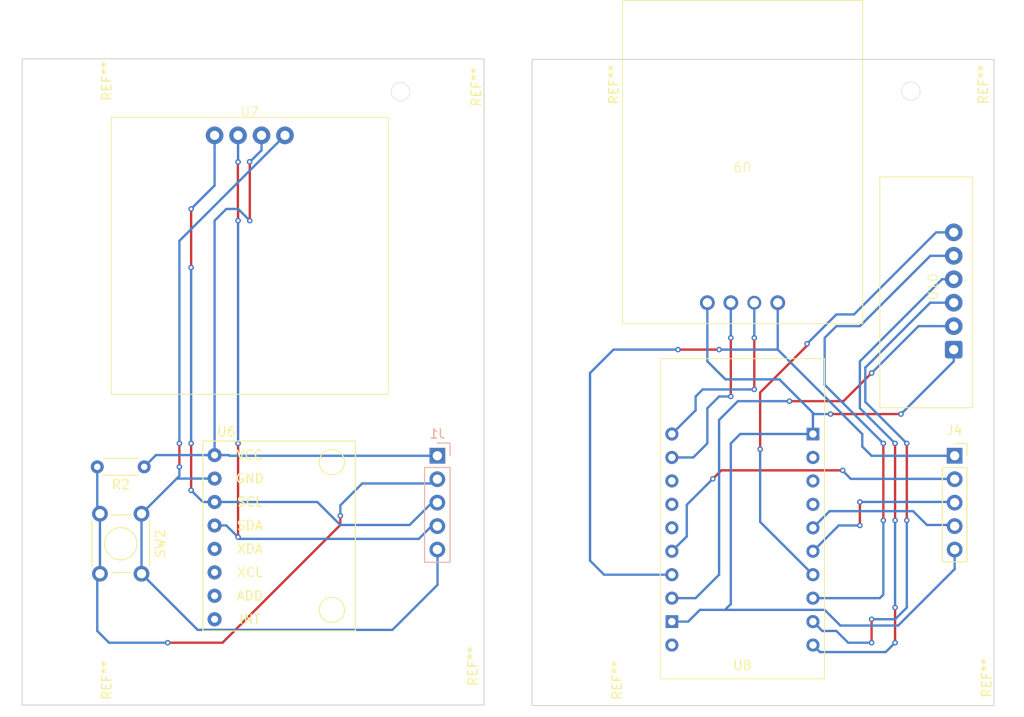
<source format=kicad_pcb>
(kicad_pcb (version 20241229) (generator "pcbnew") (generator_version "9.0")
  (layers (0 "F.Cu" signal) (2 "B.Cu" signal) (13 "F.Paste" user) (15 "B.Paste" user) (5 "F.SilkS" user "F.Silkscreen") (7 "B.SilkS" user "B.Silkscreen") (1 "F.Mask" user) (3 "B.Mask" user) (25 "Edge.Cuts" user))
  (net 0 "")
  (net 1 "/Bottom Board/SW_TP")
  (net 2 "GND2")
  (net 3 "VCC2")
  (net 4 "/Bottom Board/SCL")
  (net 5 "/Bottom Board/SDA")
  (net 6 "/Upper Board/SCL")
  (net 7 "VCC1")
  (net 8 "/Upper Board/SDA")
  (net 9 "GND1")
  (net 10 "/Upper Board/SW_S")
  (net 17 "Net-(U10-CS)")
  (net 18 "Net-(U10-VCC)")
  (net 19 "Net-(U8-IO25)")
  (net 20 "Net-(U8-IO26)")
  (net 21 "Net-(U10-SCK)")
  (net 22 "Net-(U10-MISO)")
  (net 23 "Net-(U10-MOSI)")
  (footprint "uBLox-NEO-6M:uBlox-NEO-6M" (layer "F.Cu") (at 193.04 43.18 180)
    (property "Reference" "U9" (at 0 -0.5 180) (layer "F.SilkS") (effects (font (thickness 0.1))))
    (property "Value" "GPS6MV2")
    (fp_rect (start -13 -17.5) (end 13 17.5) (stroke (width 0.1)) (fill no) (layer "F.SilkS"))
    (pad "1" thru_hole circle (at -3.81 -15.24 180) (size 1.6 1.6) (drill 1) (layers "*.Cu" "*.Mask") (net 3 "VCC2"))
    (pad "2" thru_hole circle (at -1.27 -15.24 180) (size 1.5 1.5) (drill 1) (layers "*.Cu" "F.Mask" "F.Paste") (net 19 "Net-(U8-IO25)"))
    (pad "3" thru_hole circle (at 1.27 -15.24 180) (size 1.6 1.6) (drill 1) (layers "*.Cu" "F.Mask" "F.Paste") (net 20 "Net-(U8-IO26)"))
    (pad "4" thru_hole circle (at 3.81 -15.24 180) (size 1.6 1.6) (drill 1) (layers "*.Cu" "F.Mask" "F.Paste") (net 2 "GND2"))
  )
  (footprint "Button_Switch_THT:SW_TH_Tactile_Omron_B3F-102x" (layer "F.Cu") (at 127.98 81.28 -90)
    (property "Reference" "SW2" (at 3.25 -2.05 90) (layer "F.SilkS"))
    (property "Value" "SW_Push")
    (fp_line (start 0.75 5.37) (end 5.75 5.37) (stroke (width 0.12)) (layer "F.SilkS"))
    (fp_line (start 0.13 3.35) (end 0.13 1.15) (stroke (width 0.12)) (layer "F.SilkS"))
    (fp_line (start 6.37 1.15) (end 6.37 3.35) (stroke (width 0.12)) (layer "F.SilkS"))
    (fp_line (start 0.75 -0.87) (end 5.75 -0.87) (stroke (width 0.12)) (layer "F.SilkS"))
    (fp_circle (center 3.25 2.25) (end 5 2.25) (stroke (width 0.12)) (fill no) (layer "F.SilkS"))
    (pad "1" thru_hole circle (at 0 0 270) (size 1.7 1.7) (drill 1) (layers "*.Cu" "*.Mask") (net 9 "GND1"))
    (pad "1" thru_hole circle (at 6.5 0 270) (size 1.7 1.7) (drill 1) (layers "*.Cu" "*.Mask") (net 9 "GND1"))
    (pad "2" thru_hole circle (at 0 4.5 270) (size 1.7 1.7) (drill 1) (layers "*.Cu" "*.Mask") (net 10 "/Upper Board/SW_S"))
    (pad "2" thru_hole circle (at 6.5 4.5 270) (size 1.7 1.7) (drill 1) (layers "*.Cu" "*.Mask") (net 10 "/Upper Board/SW_S"))
  )
  (footprint "Soldered:Soldered-Ssd1306-OLED" (layer "F.Cu") (at 139.7 40.2925)
    (property "Reference" "U7" (at 0 -2.5735 0) (layer "F.SilkS") (effects (font (thickness 0.1))))
    (property "Value" "SSD1306 0.96\" OLED")
    (fp_line (start -15 -1.9525) (end 15 -1.9525) (stroke (width 0.1)) (layer "F.SilkS"))
    (fp_line (start -15 28.0475) (end -15 -1.9525) (stroke (width 0.1)) (layer "F.SilkS"))
    (fp_line (start 15 -1.9525) (end 15 28.0475) (stroke (width 0.1)) (layer "F.SilkS"))
    (fp_line (start 15 28.0475) (end -15 28.0475) (stroke (width 0.1)) (layer "F.SilkS"))
    (pad "1" thru_hole circle (at -3.81 0) (size 1.905 1.905) (drill 1) (layers "*.Cu" "*.Mask") (net 6 "/Upper Board/SCL"))
    (pad "2" thru_hole circle (at -1.27 0) (size 1.905 1.905) (drill 1) (layers "*.Cu" "*.Mask") (net 8 "/Upper Board/SDA"))
    (pad "3" thru_hole circle (at 1.27 0) (size 1.905 1.905) (drill 1) (layers "*.Cu" "*.Mask") (net 7 "VCC1"))
    (pad "4" thru_hole circle (at 3.81 0) (size 1.905 1.905) (drill 1) (layers "*.Cu" "*.Mask") (net 9 "GND1"))
  )
  (footprint "MicroSD-Card-Adapter:MicroSD-Card-Adapter" (layer "F.Cu") (at 215.9 57.2008 90)
    (property "Reference" "U10" (at 0.5 -2.25 90) (layer "F.SilkS") (effects (font (thickness 0.1))))
    (property "Value" "MicroSD Card Adapter")
    (fp_line (start 12.404777 -8) (end 12.404777 2) (stroke (width 0.1)) (layer "F.SilkS"))
    (fp_line (start -12.595223 -8) (end 12.404777 -8) (stroke (width 0.1)) (layer "F.SilkS"))
    (fp_line (start 12.404777 2) (end -12.595223 2) (stroke (width 0.1)) (layer "F.SilkS"))
    (fp_line (start -12.595223 2) (end -12.595223 -8) (stroke (width 0.1)) (layer "F.SilkS"))
    (pad "1" thru_hole roundrect (at -6.2992 0 90) (size 1.905 1.905) (drill 1) (layers "*.Cu" "*.Mask") (roundrect_rratio 0.15) (net 2 "GND2"))
    (pad "2" thru_hole circle (at -3.7592 0 90) (size 1.905 1.905) (drill 1) (layers "*.Cu" "*.Mask") (net 18 "Net-(U10-VCC)"))
    (pad "3" thru_hole circle (at -1.2192 0 90) (size 1.905 1.905) (drill 1) (layers "*.Cu" "*.Mask") (net 22 "Net-(U10-MISO)"))
    (pad "4" thru_hole circle (at 1.3208 0 90) (size 1.905 1.905) (drill 1) (layers "*.Cu" "*.Mask") (net 23 "Net-(U10-MOSI)"))
    (pad "5" thru_hole circle (at 3.8608 0 90) (size 1.905 1.905) (drill 1) (layers "*.Cu" "*.Mask") (net 21 "Net-(U10-SCK)"))
    (pad "6" thru_hole circle (at 6.4008 0 90) (size 1.905 1.905) (drill 1) (layers "*.Cu" "*.Mask") (net 17 "Net-(U10-CS)"))
  )
  (footprint "usini_kicad_sensors:module_mpu6050" (layer "F.Cu") (at 135.89 92.71)
    (property "Reference" "U6" (at 1.27 -20.32 0) (layer "F.SilkS"))
    (property "Value" "module_mpu6050")
    (fp_line (start -1.27 -19.304) (end 15.24 -19.304) (stroke (width 0.12)) (layer "F.SilkS"))
    (fp_line (start -1.27 1.27) (end -1.27 -19.304) (stroke (width 0.12)) (layer "F.SilkS"))
    (fp_line (start 15.24 -19.304) (end 15.24 1.27) (stroke (width 0.12)) (layer "F.SilkS"))
    (fp_line (start 15.24 1.27) (end -1.27 1.27) (stroke (width 0.12)) (layer "F.SilkS"))
    (fp_circle (center 12.7 -17.018) (end 13.208 -15.748) (stroke (width 0.12)) (fill no) (layer "F.SilkS"))
    (fp_circle (center 12.7 -1.016) (end 13.208 0.254) (stroke (width 0.12)) (fill no) (layer "F.SilkS"))
    (fp_text user "GND" (at 3.81 -15.24 0) (layer "F.SilkS"))
    (fp_text user "VCC" (at 3.81 -17.78 0) (layer "F.SilkS"))
    (fp_text user "XDA" (at 3.81 -7.62 0) (layer "F.SilkS"))
    (fp_text user "SCL" (at 3.81 -12.7 0) (layer "F.SilkS"))
    (fp_text user "INT" (at 3.81 0 0) (layer "F.SilkS"))
    (fp_text user "SDA" (at 3.81 -10.16 0) (layer "F.SilkS"))
    (fp_text user "ADD" (at 3.81 -2.54 0) (layer "F.SilkS"))
    (fp_text user "XCL" (at 3.81 -5.08 0) (layer "F.SilkS"))
    (pad "1" thru_hole circle (at 0 -17.78) (size 1.524 1.524) (drill 0.762) (layers "*.Cu" "*.Mask") (net 7 "VCC1"))
    (pad "2" thru_hole circle (at 0 -15.24) (size 1.524 1.524) (drill 0.762) (layers "*.Cu" "*.Mask") (net 9 "GND1"))
    (pad "3" thru_hole circle (at 0 -12.7) (size 1.524 1.524) (drill 0.762) (layers "*.Cu" "*.Mask") (net 6 "/Upper Board/SCL"))
    (pad "4" thru_hole circle (at 0 -10.16) (size 1.524 1.524) (drill 0.762) (layers "*.Cu" "*.Mask") (net 8 "/Upper Board/SDA"))
    (pad "5" thru_hole circle (at 0 -7.62) (size 1.524 1.524) (drill 0.762) (layers "*.Cu" "*.Mask"))
    (pad "6" thru_hole circle (at 0 -5.08) (size 1.524 1.524) (drill 0.762) (layers "*.Cu" "*.Mask"))
    (pad "7" thru_hole circle (at 0 -2.54) (size 1.524 1.524) (drill 0.762) (layers "*.Cu" "*.Mask"))
    (pad "8" thru_hole circle (at 0 0) (size 1.524 1.524) (drill 0.762) (layers "*.Cu" "*.Mask"))
  )
  (footprint "MountingHole:MountingHole_3mm" (layer "F.Cu") (at 215.26 98.5)
    (property "Reference" "REF**" (at 4.196 0.56 90) (layer "F.SilkS"))
    (property "Value" "MountingHole_3mm")
    (pad "" np_thru_hole circle (at 0 0) (size 3 3) (drill 3) (layers "*.Cu" "*.Mask"))
  )
  (footprint "MountingHole:MountingHole_3mm" (layer "F.Cu") (at 160 98.5)
    (property "Reference" "REF**" (at 3.83 -0.71 90) (layer "F.SilkS"))
    (property "Value" "MountingHole_3mm")
    (pad "" np_thru_hole circle (at 0 0) (size 3 3) (drill 3) (layers "*.Cu" "*.Mask"))
  )
  (footprint "MountingHole:MountingHole_3mm" (layer "F.Cu") (at 175.26 98.5)
    (property "Reference" "REF**" (at 4.191 0.814 90) (layer "F.SilkS"))
    (property "Value" "MountingHole_3mm")
    (pad "" np_thru_hole circle (at 0 0) (size 3 3) (drill 3) (layers "*.Cu" "*.Mask"))
  )
  (footprint "Connector_PinSocket_2.54mm:PinSocket_1x05_P2.54mm_Vertical" (layer "F.Cu") (at 216 75)
    (property "Reference" "J4" (at 0 -2.77 0) (layer "F.SilkS"))
    (property "Value" "Conn_01x05_Socket")
    (fp_line (start -1.33 1.27) (end -1.33 11.49) (stroke (width 0.12)) (layer "F.SilkS"))
    (fp_line (start -1.33 1.27) (end 1.33 1.27) (stroke (width 0.12)) (layer "F.SilkS"))
    (fp_line (start -1.33 11.49) (end 1.33 11.49) (stroke (width 0.12)) (layer "F.SilkS"))
    (fp_line (start 0 -1.33) (end 1.33 -1.33) (stroke (width 0.12)) (layer "F.SilkS"))
    (fp_line (start 1.33 -1.33) (end 1.33 0) (stroke (width 0.12)) (layer "F.SilkS"))
    (fp_line (start 1.33 1.27) (end 1.33 11.49) (stroke (width 0.12)) (layer "F.SilkS"))
    (pad "1" thru_hole rect (at 0 0) (size 1.7 1.7) (drill 1) (layers "*.Cu" "*.Mask") (net 3 "VCC2"))
    (pad "2" thru_hole circle (at 0 2.54) (size 1.7 1.7) (drill 1) (layers "*.Cu" "*.Mask") (net 1 "/Bottom Board/SW_TP"))
    (pad "3" thru_hole circle (at 0 5.08) (size 1.7 1.7) (drill 1) (layers "*.Cu" "*.Mask") (net 4 "/Bottom Board/SCL"))
    (pad "4" thru_hole circle (at 0 7.62) (size 1.7 1.7) (drill 1) (layers "*.Cu" "*.Mask") (net 5 "/Bottom Board/SDA"))
    (pad "5" thru_hole circle (at 0 10.16) (size 1.7 1.7) (drill 1) (layers "*.Cu" "*.Mask") (net 2 "GND2"))
  )
  (footprint "MountingHole:MountingHole_3mm" (layer "F.Cu") (at 215.26 35.5)
    (property "Reference" "REF**" (at 3.83 -0.71 90) (layer "F.SilkS"))
    (property "Value" "MountingHole_3mm")
    (pad "" np_thru_hole circle (at 0 0) (size 3 3) (drill 3) (layers "*.Cu" "*.Mask"))
  )
  (footprint "MountingHole:MountingHole_3mm" (layer "F.Cu") (at 120 35.5)
    (property "Reference" "REF**" (at 4.206 -1.083 90) (layer "F.SilkS"))
    (property "Value" "MountingHole_3mm")
    (pad "" np_thru_hole circle (at 0 0) (size 3 3) (drill 3) (layers "*.Cu" "*.Mask"))
  )
  (footprint "MountingHole:MountingHole_3mm" (layer "F.Cu") (at 175.26 35.5)
    (property "Reference" "REF**" (at 3.83 -0.71 90) (layer "F.SilkS"))
    (property "Value" "MountingHole_3mm")
    (pad "" np_thru_hole circle (at 0 0) (size 3 3) (drill 3) (layers "*.Cu" "*.Mask"))
  )
  (footprint "Resistor_THT:R_Axial_DIN0204_L3.6mm_D1.6mm_P5.08mm_Horizontal" (layer "F.Cu") (at 128.27 76.2 180)
    (property "Reference" "R2" (at 2.54 -1.92 0) (layer "F.SilkS"))
    (property "Value" "4.7k")
    (fp_line (start 0.62 0.92) (end 4.46 0.92) (stroke (width 0.12)) (layer "F.SilkS"))
    (fp_line (start 0.62 -0.92) (end 4.46 -0.92) (stroke (width 0.12)) (layer "F.SilkS"))
    (pad "1" thru_hole circle (at 0 0 180) (size 1.4 1.4) (drill 0.7) (layers "*.Cu" "*.Mask") (net 7 "VCC1"))
    (pad "2" thru_hole circle (at 5.08 0 180) (size 1.4 1.4) (drill 0.7) (layers "*.Cu" "*.Mask") (net 10 "/Upper Board/SW_S"))
  )
  (footprint "TinyPico:TinyPICO_V2_USBC" (layer "F.Cu") (at 193.025 84.074 180)
    (property "Reference" "U8" (at 0 -13.64 0) (layer "F.SilkS"))
    (property "Value" "TinyPico")
    (fp_rect (start -8.89 -15.08) (end 8.89 19.6) (stroke (width 0.1)) (fill no) (layer "F.SilkS"))
    (pad "1" thru_hole circle (at -7.635 -11.43 90) (size 1.42 1.42) (drill 0.8) (layers "*.Cu" "*.Mask") (net 23 "Net-(U10-MOSI)"))
    (pad "2" thru_hole circle (at -7.635 -8.89 90) (size 1.42 1.42) (drill 0.8) (layers "*.Cu" "*.Mask") (net 22 "Net-(U10-MISO)"))
    (pad "3" thru_hole circle (at -7.635 -6.35 90) (size 1.42 1.42) (drill 0.8) (layers "*.Cu" "*.Mask") (net 21 "Net-(U10-SCK)"))
    (pad "4" thru_hole circle (at -7.635 -3.81 90) (size 1.42 1.42) (drill 0.8) (layers "*.Cu" "*.Mask") (net 17 "Net-(U10-CS)"))
    (pad "5" thru_hole circle (at -7.635 -1.27 90) (size 1.42 1.42) (drill 0.8) (layers "*.Cu" "*.Mask") (net 4 "/Bottom Board/SCL"))
    (pad "6" thru_hole circle (at -7.635 1.27 90) (size 1.42 1.42) (drill 0.8) (layers "*.Cu" "*.Mask") (net 5 "/Bottom Board/SDA"))
    (pad "7" thru_hole circle (at -7.635 3.81 90) (size 1.42 1.42) (drill 0.8) (layers "*.Cu" "*.Mask"))
    (pad "8" thru_hole circle (at -7.635 6.35 90) (size 1.42 1.42) (drill 0.8) (layers "*.Cu" "*.Mask"))
    (pad "9" thru_hole circle (at -7.635 8.89 90) (size 1.42 1.42) (drill 0.8) (layers "*.Cu" "*.Mask"))
    (pad "10" thru_hole rect (at -7.635 11.43 90) (size 1.37 1.37) (drill 0.8) (layers "*.Cu" "*.Mask") (net 2 "GND2"))
    (pad "11" thru_hole circle (at 7.635 11.43 90) (size 1.42 1.42) (drill 0.8) (layers "*.Cu" "*.Mask") (net 19 "Net-(U8-IO25)"))
    (pad "12" thru_hole circle (at 7.635 8.89 90) (size 1.42 1.42) (drill 0.8) (layers "*.Cu" "*.Mask") (net 20 "Net-(U8-IO26)"))
    (pad "13" thru_hole circle (at 7.635 6.35 90) (size 1.42 1.42) (drill 0.8) (layers "*.Cu" "*.Mask"))
    (pad "14" thru_hole circle (at 7.635 3.81 90) (size 1.42 1.42) (drill 0.8) (layers "*.Cu" "*.Mask"))
    (pad "15" thru_hole circle (at 7.635 1.27 90) (size 1.42 1.42) (drill 0.8) (layers "*.Cu" "*.Mask"))
    (pad "16" thru_hole circle (at 7.635 -1.27 90) (size 1.42 1.42) (drill 0.8) (layers "*.Cu" "*.Mask") (net 1 "/Bottom Board/SW_TP"))
    (pad "17" thru_hole circle (at 7.635 -3.81 90) (size 1.42 1.42) (drill 0.8) (layers "*.Cu" "*.Mask") (net 3 "VCC2"))
    (pad "18" thru_hole circle (at 7.635 -6.35 90) (size 1.42 1.42) (drill 0.8) (layers "*.Cu" "*.Mask") (net 18 "Net-(U10-VCC)"))
    (pad "19" thru_hole rect (at 7.635 -8.89 90) (size 1.37 1.37) (drill 0.8) (layers "*.Cu" "*.Mask") (net 2 "GND2"))
    (pad "20" thru_hole circle (at 7.635 -11.43 90) (size 1.42 1.42) (drill 0.8) (layers "*.Cu" "*.Mask"))
  )
  (footprint "MountingHole:MountingHole_3mm" (layer "F.Cu") (at 120 98.5)
    (property "Reference" "REF**" (at 4.206 0.814 90) (layer "F.SilkS"))
    (property "Value" "MountingHole_3mm")
    (pad "" np_thru_hole circle (at 0 0) (size 3 3) (drill 3) (layers "*.Cu" "*.Mask"))
  )
  (footprint "MountingHole:MountingHole_3mm" (layer "F.Cu") (at 160 35.5)
    (property "Reference" "REF**" (at 4.211 -0.448 90) (layer "F.SilkS"))
    (property "Value" "MountingHole_3mm")
    (pad "" np_thru_hole circle (at 0 0) (size 3 3) (drill 3) (layers "*.Cu" "*.Mask"))
  )
  (footprint "Connector_PinHeader_2.54mm:PinHeader_1x05_P2.54mm_Vertical" (layer "B.Cu") (at 160 75 180)
    (property "Reference" "J1" (at 0 2.38 0) (layer "B.SilkS") (effects (justify mirror)))
    (property "Value" "Conn_01x05")
    (fp_line (start 1.38 -1.27) (end 1.38 -11.54) (stroke (width 0.12)) (layer "B.SilkS"))
    (fp_line (start -1.38 1.38) (end 0 1.38) (stroke (width 0.12)) (layer "B.SilkS"))
    (fp_line (start -1.38 0) (end -1.38 1.38) (stroke (width 0.12)) (layer "B.SilkS"))
    (fp_line (start -1.38 -1.27) (end 1.38 -1.27) (stroke (width 0.12)) (layer "B.SilkS"))
    (fp_line (start -1.38 -1.27) (end -1.38 -11.54) (stroke (width 0.12)) (layer "B.SilkS"))
    (fp_line (start -1.38 -11.54) (end 1.38 -11.54) (stroke (width 0.12)) (layer "B.SilkS"))
    (pad "1" thru_hole rect (at 0 0 180) (size 1.7 1.7) (drill 1) (layers "*.Cu" "*.Mask") (net 7 "VCC1"))
    (pad "2" thru_hole circle (at 0 -2.54 180) (size 1.7 1.7) (drill 1) (layers "*.Cu" "*.Mask") (net 10 "/Upper Board/SW_S"))
    (pad "3" thru_hole circle (at 0 -5.08 180) (size 1.7 1.7) (drill 1) (layers "*.Cu" "*.Mask") (net 6 "/Upper Board/SCL"))
    (pad "4" thru_hole circle (at 0 -7.62 180) (size 1.7 1.7) (drill 1) (layers "*.Cu" "*.Mask") (net 8 "/Upper Board/SDA"))
    (pad "5" thru_hole circle (at 0 -10.16 180) (size 1.7 1.7) (drill 1) (layers "*.Cu" "*.Mask") (net 9 "GND1"))
  )
  (gr_rect (start 115.06 32) (end 165.06 102) (stroke (width 0.1)) (fill no) (layer "Edge.Cuts"))
  (gr_circle (center 211.26 35.5) (end 212.26 35.5) (stroke (width 0.05)) (fill no) (layer "Edge.Cuts"))
  (gr_rect (start 170.26 32.06) (end 220.26 102.06) (stroke (width 0.1)) (fill no) (layer "Edge.Cuts"))
  (gr_circle (center 156 35.56) (end 157 35.56) (stroke (width 0.05)) (fill no) (layer "Edge.Cuts"))
  (segment (start 190.738 76.581) (end 189.819 77.5) (width 0.254) (layer "F.Cu") (net 1))
  (segment (start 203.881 76.581) (end 190.738 76.581) (width 0.254) (layer "F.Cu") (net 1))
  (via (at 203.881 76.581) (size 0.6) (drill 0.3) (layers "F.Cu" "B.Cu") (net 1))
  (via (at 189.819 77.5) (size 0.6) (drill 0.3) (layers "F.Cu" "B.Cu") (net 1))
  (segment (start 189.819 77.5) (end 187 80.319) (width 0.254) (layer "B.Cu") (net 1))
  (segment (start 203.835 76.581) (end 203.881 76.581) (width 0.254) (layer "B.Cu") (net 1))
  (segment (start 215.9 77.5) (end 204.754 77.5) (width 0.254) (layer "B.Cu") (net 1))
  (segment (start 187 83.734) (end 187 80.319) (width 0.254) (layer "B.Cu") (net 1))
  (segment (start 204.754 77.5) (end 203.835 76.581) (width 0.254) (layer "B.Cu") (net 1))
  (segment (start 185.39 85.344) (end 187 83.734) (width 0.254) (layer "B.Cu") (net 1))
  (segment (start 202.565 70.485) (end 210.185 70.485) (width 0.254) (layer "F.Cu") (net 2))
  (via (at 210.185 70.485) (size 0.6) (drill 0.3) (layers "F.Cu" "B.Cu") (net 2))
  (via (at 202.565 70.485) (size 0.6) (drill 0.3) (layers "F.Cu" "B.Cu") (net 2))
  (segment (start 210.185 70.485) (end 215.9 64.77) (width 0.254) (layer "B.Cu") (net 2))
  (segment (start 189.23 64.77) (end 191.182 66.722) (width 0.254) (layer "B.Cu") (net 2))
  (segment (start 200.675 73.137) (end 200.675 72.898) (width 0.254) (layer "B.Cu") (net 2))
  (segment (start 200.66 70.388) (end 200.66 72.644) (width 0.254) (layer "B.Cu") (net 2))
  (segment (start 187.155834 92.964) (end 187.993834 92.126) (width 0.254) (layer "B.Cu") (net 2))
  (segment (start 201.93 91.694) (end 191.135 91.694) (width 0.254) (layer "B.Cu") (net 2))
  (segment (start 200.757 70.485) (end 202.565 70.485) (width 0.254) (layer "B.Cu") (net 2))
  (segment (start 200.675 70.373) (end 198.12 67.818) (width 0.254) (layer "B.Cu") (net 2))
  (segment (start 189.23 58.42) (end 189.23 64.77) (width 0.254) (layer "B.Cu") (net 2))
  (segment (start 200.675 70.373) (end 200.66 70.388) (width 0.254) (layer "B.Cu") (net 2))
  (segment (start 191.77 73.66) (end 191.77 91.059) (width 0.254) (layer "B.Cu") (net 2))
  (segment (start 209.884 93.392) (end 203.628 93.392) (width 0.254) (layer "B.Cu") (net 2))
  (segment (start 200.66 72.644) (end 192.786 72.644) (width 0.254) (layer "B.Cu") (net 2))
  (segment (start 200.66 70.388) (end 200.757 70.485) (width 0.254) (layer "B.Cu") (net 2))
  (segment (start 191.135 91.694) (end 188.425834 91.694) (width 0.254) (layer "B.Cu") (net 2))
  (segment (start 197.024 66.722) (end 198.12 67.818) (width 0.254) (layer "B.Cu") (net 2))
  (segment (start 203.628 93.392) (end 201.93 91.694) (width 0.254) (layer "B.Cu") (net 2))
  (segment (start 188.425834 91.694) (end 187.993834 92.126) (width 0.254) (layer "B.Cu") (net 2))
  (segment (start 191.182 66.722) (end 197.024 66.722) (width 0.254) (layer "B.Cu") (net 2))
  (segment (start 216 85.16) (end 216 87.276) (width 0.254) (layer "B.Cu") (net 2))
  (segment (start 185.39 92.964) (end 187.155834 92.964) (width 0.254) (layer "B.Cu") (net 2))
  (segment (start 215.9 64.77) (end 215.9 63.5) (width 0.254) (layer "B.Cu") (net 2))
  (segment (start 191.77 91.059) (end 191.135 91.694) (width 0.254) (layer "B.Cu") (net 2))
  (segment (start 216 87.276) (end 209.884 93.392) (width 0.254) (layer "B.Cu") (net 2))
  (segment (start 192.786 72.644) (end 191.77 73.66) (width 0.254) (layer "B.Cu") (net 2))
  (segment (start 190.5 63.5) (end 186.055 63.5) (width 0.254) (layer "F.Cu") (net 3))
  (via (at 190.5 63.5) (size 0.6) (drill 0.3) (layers "F.Cu" "B.Cu") (net 3))
  (via (at 186.055 63.5) (size 0.6) (drill 0.3) (layers "F.Cu" "B.Cu") (net 3))
  (segment (start 186.055 63.5) (end 179.07 63.5) (width 0.254) (layer "B.Cu") (net 3))
  (segment (start 196.85 63.5) (end 190.5 63.5) (width 0.254) (layer "B.Cu") (net 3))
  (segment (start 178.054 87.884) (end 176.53 86.36) (width 0.254) (layer "B.Cu") (net 3))
  (segment (start 185.39 87.884) (end 178.054 87.884) (width 0.254) (layer "B.Cu") (net 3))
  (segment (start 215.9 75) (end 207 75) (width 0.254) (layer "B.Cu") (net 3))
  (segment (start 206 72.65) (end 196.85 63.5) (width 0.254) (layer "B.Cu") (net 3))
  (segment (start 207 75) (end 206 74) (width 0.254) (layer "B.Cu") (net 3))
  (segment (start 206 74) (end 206 72.65) (width 0.254) (layer "B.Cu") (net 3))
  (segment (start 196.85 63.5) (end 196.85 58.42) (width 0.254) (layer "B.Cu") (net 3))
  (segment (start 176.53 86.36) (end 176.53 66.04) (width 0.254) (layer "B.Cu") (net 3))
  (segment (start 179.07 63.5) (end 176.53 66.04) (width 0.254) (layer "B.Cu") (net 3))
  (segment (start 205.74 80.01) (end 205.74 82.55) (width 0.254) (layer "F.Cu") (net 4))
  (via (at 205.74 80.01) (size 0.6) (drill 0.3) (layers "F.Cu" "B.Cu") (net 4))
  (via (at 205.74 82.55) (size 0.6) (drill 0.3) (layers "F.Cu" "B.Cu") (net 4))
  (segment (start 205.75 80) (end 205.74 80.01) (width 0.254) (layer "B.Cu") (net 4))
  (segment (start 215.9 80) (end 205.75 80) (width 0.254) (layer "B.Cu") (net 4))
  (segment (start 200.66 85.344) (end 203.454 82.55) (width 0.254) (layer "B.Cu") (net 4))
  (segment (start 203.454 82.55) (end 205.74 82.55) (width 0.254) (layer "B.Cu") (net 4))
  (segment (start 211.5 81) (end 213 82.5) (width 0.254) (layer "B.Cu") (net 5))
  (segment (start 213 82.5) (end 215.9 82.5) (width 0.254) (layer "B.Cu") (net 5))
  (segment (start 200.66 82.804) (end 202.464 81) (width 0.254) (layer "B.Cu") (net 5))
  (segment (start 202.464 81) (end 211.5 81) (width 0.254) (layer "B.Cu") (net 5))
  (segment (start 133.35 73.66) (end 133.35 78.74) (width 0.254) (layer "F.Cu") (net 6))
  (segment (start 133.35 48.26) (end 133.35 54.61) (width 0.254) (layer "F.Cu") (net 6))
  (via (at 133.35 73.66) (size 0.6) (drill 0.3) (layers "F.Cu" "B.Cu") (net 6))
  (via (at 133.35 54.61) (size 0.6) (drill 0.3) (layers "F.Cu" "B.Cu") (net 6))
  (via (at 133.35 78.74) (size 0.6) (drill 0.3) (layers "F.Cu" "B.Cu") (net 6))
  (via (at 133.35 48.26) (size 0.6) (drill 0.3) (layers "F.Cu" "B.Cu") (net 6))
  (segment (start 157 82.5) (end 159.5 80) (width 0.254) (layer "B.Cu") (net 6))
  (segment (start 134.62 80.01) (end 135.89 80.01) (width 0.254) (layer "B.Cu") (net 6))
  (segment (start 149.5 82.5) (end 157 82.5) (width 0.254) (layer "B.Cu") (net 6))
  (segment (start 135.89 80.01) (end 147.01 80.01) (width 0.254) (layer "B.Cu") (net 6))
  (segment (start 133.35 78.74) (end 134.62 80.01) (width 0.254) (layer "B.Cu") (net 6))
  (segment (start 147.01 80.01) (end 149.5 82.5) (width 0.254) (layer "B.Cu") (net 6))
  (segment (start 135.89 40.2925) (end 135.89 45.72) (width 0.254) (layer "B.Cu") (net 6))
  (segment (start 133.35 54.61) (end 133.35 73.66) (width 0.254) (layer "B.Cu") (net 6))
  (segment (start 159.5 80) (end 160.02 80) (width 0.254) (layer "B.Cu") (net 6))
  (segment (start 135.89 45.72) (end 133.35 48.26) (width 0.254) (layer "B.Cu") (net 6))
  (segment (start 139.67971 43.15971) (end 139.7 43.18) (width 0.254) (layer "F.Cu") (net 7))
  (segment (start 139.7 43.18) (end 139.7 49.53) (width 0.254) (layer "F.Cu") (net 7))
  (via (at 139.67971 43.15971) (size 0.6) (drill 0.3) (layers "F.Cu" "B.Cu") (net 7))
  (via (at 139.7 49.53) (size 0.6) (drill 0.3) (layers "F.Cu" "B.Cu") (net 7))
  (segment (start 135.89 74.93) (end 137.43 74.93) (width 0.254) (layer "B.Cu") (net 7))
  (segment (start 138.43 48.26) (end 137.16 48.26) (width 0.254) (layer "B.Cu") (net 7))
  (segment (start 140.97 40.2925) (end 140.97 41.91) (width 0.254) (layer "B.Cu") (net 7))
  (segment (start 139.7 49.53) (end 138.43 48.26) (width 0.254) (layer "B.Cu") (net 7))
  (segment (start 140.97 41.91) (end 139.7 43.18) (width 0.254) (layer "B.Cu") (net 7))
  (segment (start 137.43 74.93) (end 137.5 75) (width 0.254) (layer "B.Cu") (net 7))
  (segment (start 135.89 74.93) (end 129.54 74.93) (width 0.254) (layer "B.Cu") (net 7))
  (segment (start 135.89 49.53) (end 135.89 74.93) (width 0.254) (layer "B.Cu") (net 7))
  (segment (start 137.5 75) (end 160.02 75) (width 0.254) (layer "B.Cu") (net 7))
  (segment (start 137.16 48.26) (end 135.89 49.53) (width 0.254) (layer "B.Cu") (net 7))
  (segment (start 129.54 74.93) (end 128.27 76.2) (width 0.254) (layer "B.Cu") (net 7))
  (segment (start 139.7 43.18) (end 139.67971 43.15971) (width 0.254) (layer "B.Cu") (net 7))
  (segment (start 138.43 48.26) (end 138.43 49.53) (width 0.254) (layer "F.Cu") (net 8))
  (segment (start 138.40971 43.20029) (end 138.40971 48.23971) (width 0.254) (layer "F.Cu") (net 8))
  (segment (start 138.40971 48.23971) (end 138.43 48.26) (width 0.254) (layer "F.Cu") (net 8))
  (segment (start 138.43 73.66) (end 138.43 83.82) (width 0.254) (layer "F.Cu") (net 8))
  (segment (start 138.43 43.18) (end 138.40971 43.20029) (width 0.254) (layer "F.Cu") (net 8))
  (via (at 138.43 49.53) (size 0.6) (drill 0.3) (layers "F.Cu" "B.Cu") (net 8))
  (via (at 138.43 73.66) (size 0.6) (drill 0.3) (layers "F.Cu" "B.Cu") (net 8))
  (via (at 138.43 83.82) (size 0.6) (drill 0.3) (layers "F.Cu" "B.Cu") (net 8))
  (via (at 138.43 43.18) (size 0.6) (drill 0.3) (layers "F.Cu" "B.Cu") (net 8))
  (segment (start 135.89 82.55) (end 137.16 82.55) (width 0.254) (layer "B.Cu") (net 8))
  (segment (start 158 84) (end 138.61 84) (width 0.254) (layer "B.Cu") (net 8))
  (segment (start 159.5 82.5) (end 158 84) (width 0.254) (layer "B.Cu") (net 8))
  (segment (start 138.61 84) (end 138.43 83.82) (width 0.254) (layer "B.Cu") (net 8))
  (segment (start 160.02 82.5) (end 159.5 82.5) (width 0.254) (layer "B.Cu") (net 8))
  (segment (start 138.43 72.39) (end 138.43 73.66) (width 0.254) (layer "B.Cu") (net 8))
  (segment (start 138.43 49.53) (end 138.43 72.39) (width 0.254) (layer "B.Cu") (net 8))
  (segment (start 137.16 82.55) (end 138.43 83.82) (width 0.254) (layer "B.Cu") (net 8))
  (segment (start 138.43 43.18) (end 138.43 40.2925) (width 0.254) (layer "B.Cu") (net 8))
  (segment (start 132.08 73.66) (end 132.08 76.2) (width 0.254) (layer "F.Cu") (net 9))
  (via (at 132.08 76.2) (size 0.6) (drill 0.3) (layers "F.Cu" "B.Cu") (net 9))
  (via (at 132.08 73.66) (size 0.6) (drill 0.3) (layers "F.Cu" "B.Cu") (net 9))
  (segment (start 135.89 77.47) (end 131.79 77.47) (width 0.254) (layer "B.Cu") (net 9))
  (segment (start 127.98 87.78) (end 134.06 93.86) (width 0.254) (layer "B.Cu") (net 9))
  (segment (start 132.08 73.66) (end 132.08 51.7225) (width 0.254) (layer "B.Cu") (net 9))
  (segment (start 155.14 93.86) (end 160.02 88.98) (width 0.254) (layer "B.Cu") (net 9))
  (segment (start 131.79 77.47) (end 127.98 81.28) (width 0.254) (layer "B.Cu") (net 9))
  (segment (start 127.98 81.28) (end 127.98 87.78) (width 0.254) (layer "B.Cu") (net 9))
  (segment (start 132.08 77.18) (end 131.79 77.47) (width 0.254) (layer "B.Cu") (net 9))
  (segment (start 134.06 93.86) (end 155.14 93.86) (width 0.254) (layer "B.Cu") (net 9))
  (segment (start 160.02 88.98) (end 160.02 85) (width 0.254) (layer "B.Cu") (net 9))
  (segment (start 132.08 76.2) (end 132.08 77.18) (width 0.254) (layer "B.Cu") (net 9))
  (segment (start 132.08 51.7225) (end 143.51 40.2925) (width 0.254) (layer "B.Cu") (net 9))
  (segment (start 136.75 95.25) (end 149.5 82.5) (width 0.254) (layer "F.Cu") (net 10))
  (segment (start 149.5 82.5) (end 149.5 81.5) (width 0.254) (layer "F.Cu") (net 10))
  (segment (start 130.81 95.25) (end 136.75 95.25) (width 0.254) (layer "F.Cu") (net 10))
  (via (at 130.81 95.25) (size 0.6) (drill 0.3) (layers "F.Cu" "B.Cu") (net 10))
  (via (at 149.5 81.5) (size 0.6) (drill 0.3) (layers "F.Cu" "B.Cu") (net 10))
  (segment (start 124.46 95.25) (end 123.19 93.98) (width 0.254) (layer "B.Cu") (net 10))
  (segment (start 149.5 80.37) (end 151.87 78) (width 0.254) (layer "B.Cu") (net 10))
  (segment (start 123.19 80.99) (end 123.48 81.28) (width 0.254) (layer "B.Cu") (net 10))
  (segment (start 123.48 81.28) (end 123.48 87.78) (width 0.254) (layer "B.Cu") (net 10))
  (segment (start 151.87 78) (end 159.52 78) (width 0.254) (layer "B.Cu") (net 10))
  (segment (start 149.5 81.5) (end 149.5 80.37) (width 0.254) (layer "B.Cu") (net 10))
  (segment (start 159.52 78) (end 160.02 77.5) (width 0.254) (layer "B.Cu") (net 10))
  (segment (start 123.19 93.98) (end 123.19 88.07) (width 0.254) (layer "B.Cu") (net 10))
  (segment (start 130.81 95.25) (end 124.46 95.25) (width 0.254) (layer "B.Cu") (net 10))
  (segment (start 123.19 76.2) (end 123.19 80.99) (width 0.254) (layer "B.Cu") (net 10))
  (segment (start 123.19 88.07) (end 123.48 87.78) (width 0.254) (layer "B.Cu") (net 10))
  (segment (start 194.945 68.147494) (end 194.945 74.295) (width 0.254) (layer "F.Cu") (net 17))
  (segment (start 200.025 62.865) (end 200.025 63.067494) (width 0.254) (layer "F.Cu") (net 17))
  (segment (start 200.025 63.067494) (end 194.945 68.147494) (width 0.254) (layer "F.Cu") (net 17))
  (via (at 194.945 74.295) (size 0.6) (drill 0.3) (layers "F.Cu" "B.Cu") (net 17))
  (via (at 200.025 62.865) (size 0.6) (drill 0.3) (layers "F.Cu" "B.Cu") (net 17))
  (segment (start 200.66 62.23) (end 200.025 62.865) (width 0.254) (layer "B.Cu") (net 17))
  (segment (start 215.9 50.8) (end 213.995 50.8) (width 0.254) (layer "B.Cu") (net 17))
  (segment (start 194.945 74.295) (end 194.945 82.169) (width 0.254) (layer "B.Cu") (net 17))
  (segment (start 205.105 59.69) (end 203.2 59.69) (width 0.254) (layer "B.Cu") (net 17))
  (segment (start 203.2 59.69) (end 200.66 62.23) (width 0.254) (layer "B.Cu") (net 17))
  (segment (start 194.945 82.169) (end 200.66 87.884) (width 0.254) (layer "B.Cu") (net 17))
  (segment (start 213.995 50.8) (end 205.105 59.69) (width 0.254) (layer "B.Cu") (net 17))
  (segment (start 203.962 69.088) (end 207.01 66.04) (width 0.254) (layer "F.Cu") (net 18))
  (segment (start 198.12 69.088) (end 203.962 69.088) (width 0.254) (layer "F.Cu") (net 18))
  (via (at 198.12 69.088) (size 0.6) (drill 0.3) (layers "F.Cu" "B.Cu") (net 18))
  (via (at 207.01 66.04) (size 0.6) (drill 0.3) (layers "F.Cu" "B.Cu") (net 18))
  (segment (start 185.39 90.424) (end 187.96 90.424) (width 0.254) (layer "B.Cu") (net 18))
  (segment (start 212.09 60.96) (end 215.9 60.96) (width 0.254) (layer "B.Cu") (net 18))
  (segment (start 190.5 71.12) (end 190.5 87.884) (width 0.254) (layer "B.Cu") (net 18))
  (segment (start 192.532 69.088) (end 190.5 71.12) (width 0.254) (layer "B.Cu") (net 18))
  (segment (start 198.12 69.088) (end 192.532 69.088) (width 0.254) (layer "B.Cu") (net 18))
  (segment (start 207.01 66.04) (end 212.09 60.96) (width 0.254) (layer "B.Cu") (net 18))
  (segment (start 187.96 90.424) (end 190.5 87.884) (width 0.254) (layer "B.Cu") (net 18))
  (segment (start 194.31 67.818) (end 194.31 62.23) (width 0.254) (layer "F.Cu") (net 19))
  (via (at 194.31 62.23) (size 0.6) (drill 0.3) (layers "F.Cu" "B.Cu") (net 19))
  (via (at 194.31 67.818) (size 0.6) (drill 0.3) (layers "F.Cu" "B.Cu") (net 19))
  (segment (start 185.39 72.644) (end 187.96 70.074) (width 0.254) (layer "B.Cu") (net 19))
  (segment (start 188.722 67.818) (end 187.96 68.58) (width 0.254) (layer "B.Cu") (net 19))
  (segment (start 194.31 67.818) (end 188.722 67.818) (width 0.254) (layer "B.Cu") (net 19))
  (segment (start 194.31 62.23) (end 194.31 58.42) (width 0.254) (layer "B.Cu") (net 19))
  (segment (start 187.96 68.58) (end 187.96 70.074) (width 0.254) (layer "B.Cu") (net 19))
  (segment (start 191.77 68.58) (end 191.77 62.23) (width 0.254) (layer "F.Cu") (net 20))
  (via (at 191.77 68.58) (size 0.6) (drill 0.3) (layers "F.Cu" "B.Cu") (net 20))
  (via (at 191.77 62.23) (size 0.6) (drill 0.3) (layers "F.Cu" "B.Cu") (net 20))
  (segment (start 189.23 69.85) (end 190.5 68.58) (width 0.254) (layer "B.Cu") (net 20))
  (segment (start 189.23 73.66) (end 189.23 69.85) (width 0.254) (layer "B.Cu") (net 20))
  (segment (start 190.5 68.58) (end 191.77 68.58) (width 0.254) (layer "B.Cu") (net 20))
  (segment (start 187.706 75.184) (end 189.23 73.66) (width 0.254) (layer "B.Cu") (net 20))
  (segment (start 191.77 58.42) (end 191.77 62.23) (width 0.254) (layer "B.Cu") (net 20))
  (segment (start 185.39 75.184) (end 187.706 75.184) (width 0.254) (layer "B.Cu") (net 20))
  (segment (start 208.28 73.66) (end 208.28 82) (width 0.254) (layer "F.Cu") (net 21))
  (via (at 208.28 82) (size 0.6) (drill 0.3) (layers "F.Cu" "B.Cu") (net 21))
  (via (at 208.28 73.66) (size 0.6) (drill 0.3) (layers "F.Cu" "B.Cu") (net 21))
  (segment (start 203.2 60.96) (end 201.93 62.23) (width 0.254) (layer "B.Cu") (net 21))
  (segment (start 201.93 63.5) (end 201.93 67.31) (width 0.254) (layer "B.Cu") (net 21))
  (segment (start 205.74 71.12) (end 208.28 73.66) (width 0.254) (layer "B.Cu") (net 21))
  (segment (start 215.9 53.34) (end 213.36 53.34) (width 0.254) (layer "B.Cu") (net 21))
  (segment (start 213.36 53.34) (end 205.74 60.96) (width 0.254) (layer "B.Cu") (net 21))
  (segment (start 205.74 60.96) (end 203.2 60.96) (width 0.254) (layer "B.Cu") (net 21))
  (segment (start 201.93 67.31) (end 205.74 71.12) (width 0.254) (layer "B.Cu") (net 21))
  (segment (start 200.66 90.424) (end 207.899 90.424) (width 0.254) (layer "B.Cu") (net 21))
  (segment (start 201.93 62.23) (end 201.93 63.5) (width 0.254) (layer "B.Cu") (net 21))
  (segment (start 208.28 90.043) (end 208.28 82) (width 0.254) (layer "B.Cu") (net 21))
  (segment (start 207.899 90.424) (end 208.28 90.043) (width 0.254) (layer "B.Cu") (net 21))
  (segment (start 207.01 92.71) (end 207.01 95.25) (width 0.254) (layer "F.Cu") (net 22))
  (segment (start 210.82 73.66) (end 210.82 82) (width 0.254) (layer "F.Cu") (net 22))
  (via (at 210.82 73.66) (size 0.6) (drill 0.3) (layers "F.Cu" "B.Cu") (net 22))
  (via (at 207.01 92.71) (size 0.6) (drill 0.3) (layers "F.Cu" "B.Cu") (net 22))
  (via (at 210.82 82) (size 0.6) (drill 0.3) (layers "F.Cu" "B.Cu") (net 22))
  (via (at 207.01 95.25) (size 0.6) (drill 0.3) (layers "F.Cu" "B.Cu") (net 22))
  (segment (start 200.66 92.964) (end 201.676 93.98) (width 0.254) (layer "B.Cu") (net 22))
  (segment (start 210.82 60.96) (end 208.28 63.5) (width 0.254) (layer "B.Cu") (net 22))
  (segment (start 206.328 69.168) (end 210.82 73.66) (width 0.254) (layer "B.Cu") (net 22))
  (segment (start 213.36 58.42) (end 210.82 60.96) (width 0.254) (layer "B.Cu") (net 22))
  (segment (start 206.328 65.452) (end 206.328 69.168) (width 0.254) (layer "B.Cu") (net 22))
  (segment (start 210.82 91.44) (end 209.55 92.71) (width 0.254) (layer "B.Cu") (net 22))
  (segment (start 208.28 63.5) (end 206.328 65.452) (width 0.254) (layer "B.Cu") (net 22))
  (segment (start 210.82 82) (end 210.82 91.44) (width 0.254) (layer "B.Cu") (net 22))
  (segment (start 201.676 93.98) (end 203.2 93.98) (width 0.254) (layer "B.Cu") (net 22))
  (segment (start 207.01 95.25) (end 204.47 95.25) (width 0.254) (layer "B.Cu") (net 22))
  (segment (start 209.55 92.71) (end 207.01 92.71) (width 0.254) (layer "B.Cu") (net 22))
  (segment (start 215.9 58.42) (end 213.36 58.42) (width 0.254) (layer "B.Cu") (net 22))
  (segment (start 204.47 95.25) (end 203.2 93.98) (width 0.254) (layer "B.Cu") (net 22))
  (segment (start 209.55 73.66) (end 209.55 82) (width 0.254) (layer "F.Cu") (net 23))
  (segment (start 209.55 91.44) (end 209.55 95.25) (width 0.254) (layer "F.Cu") (net 23))
  (via (at 209.55 73.66) (size 0.6) (drill 0.3) (layers "F.Cu" "B.Cu") (net 23))
  (via (at 209.55 91.44) (size 0.6) (drill 0.3) (layers "F.Cu" "B.Cu") (net 23))
  (via (at 209.55 82) (size 0.6) (drill 0.3) (layers "F.Cu" "B.Cu") (net 23))
  (via (at 209.55 95.25) (size 0.6) (drill 0.3) (layers "F.Cu" "B.Cu") (net 23))
  (segment (start 201.422 96.266) (end 208.534 96.266) (width 0.254) (layer "B.Cu") (net 23))
  (segment (start 200.66 95.504) (end 201.422 96.266) (width 0.254) (layer "B.Cu") (net 23))
  (segment (start 205.74 64.77) (end 205.74 69.85) (width 0.254) (layer "B.Cu") (net 23))
  (segment (start 209.55 82) (end 209.55 91.44) (width 0.254) (layer "B.Cu") (net 23))
  (segment (start 214.63 55.88) (end 205.74 64.77) (width 0.254) (layer "B.Cu") (net 23))
  (segment (start 205.74 69.85) (end 209.55 73.66) (width 0.254) (layer "B.Cu") (net 23))
  (segment (start 208.534 96.266) (end 209.55 95.25) (width 0.254) (layer "B.Cu") (net 23))
  (segment (start 215.9 55.88) (end 214.63 55.88) (width 0.254) (layer "B.Cu") (net 23))
)
</source>
